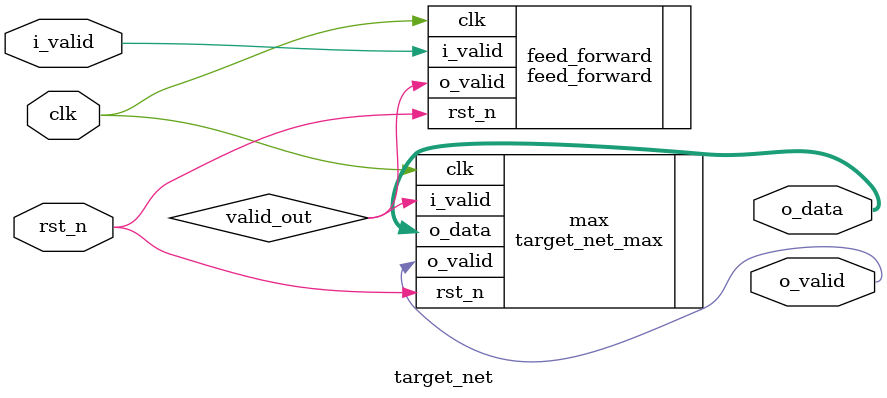
<source format=v>
`timescale 1ns/1ps
module target_net
#(	parameter DATA_WIDTH = 32,
	parameter ADDRESS_WIDTH = 5,
	parameter NUMBER_OF_INPUT_NODE = 2,
	parameter NUMBER_OF_HIDDEN_NODE_LAYER_1 = 5,
	parameter NUMBER_OF_HIDDEN_NODE_LAYER_2 = 5,
	parameter NUMBER_OF_OUTPUT_NODE = 3,
	parameter DATA_INPUT_FILE = "target_ram_input_data.txt",
	parameter DATA_HIDDEN_1_FILE = "target_ram_hidden_1_data.txt",
	parameter DATA_HIDDEN_2_FILE = "target_ram_hidden_1_data.txt",
	parameter DATA_OUTPUT_FILE = "target_ram_output_data.txt",
	parameter WEIGHT_HIDDEN_1_FILE = "target_ram_hidden_1_weight.txt",
	parameter WEIGHT_HIDDEN_2_FILE = "target_ram_hidden_2_weight.txt",
	parameter WEIGHT_OUTPUT_FILE = "target_ram_output_weight.txt",
	parameter [DATA_WIDTH-1:0]  ALPHA = 32'h3DCCCCCD)
(	clk,
	rst_n,
	i_valid,
	o_data,
	o_valid
);
//-----------------input and output port-------------//
input 											clk;
input 											rst_n;
input 											i_valid;
output	[DATA_WIDTH-1:0]						o_data;
output	 										o_valid;
//----------------------------------------------------//

//---------------------------------------------------------//
wire valid_out;
//---------------------------------------------------------//

feed_forward
	#(	.DATA_WIDTH						(DATA_WIDTH),
		.ADDRESS_WIDTH					(ADDRESS_WIDTH),
		.NUMBER_OF_INPUT_NODE			(NUMBER_OF_INPUT_NODE),
		.NUMBER_OF_HIDDEN_NODE_LAYER_1	(NUMBER_OF_HIDDEN_NODE_LAYER_1),
		.NUMBER_OF_HIDDEN_NODE_LAYER_2 	(NUMBER_OF_HIDDEN_NODE_LAYER_2),
		.NUMBER_OF_OUTPUT_NODE 			(NUMBER_OF_OUTPUT_NODE),
		.DATA_INPUT_FILE 				(DATA_INPUT_FILE),
		.DATA_HIDDEN_1_FILE 			(DATA_HIDDEN_1_FILE),
		.DATA_HIDDEN_2_FILE				(DATA_HIDDEN_2_FILE),
		.DATA_OUTPUT_FILE 				(DATA_OUTPUT_FILE),
		.WEIGHT_HIDDEN_1_FILE 			(WEIGHT_HIDDEN_1_FILE),
		.WEIGHT_HIDDEN_2_FILE 			(WEIGHT_HIDDEN_2_FILE),
		.WEIGHT_OUTPUT_FILE 			(WEIGHT_OUTPUT_FILE),
		.ALPHA							(ALPHA)
		)
	feed_forward
	(	.clk		(clk),
		.rst_n		(rst_n),
		.i_valid	(i_valid),
		.o_valid	(valid_out)
	);
	
target_net_max 
	#(	.DATA_WIDTH				(DATA_WIDTH),
		.DATA_OUTPUT_FILE		(DATA_OUTPUT_FILE),
		.NUMBER_OF_OUTPUT_NODE	(NUMBER_OF_OUTPUT_NODE)
	)
	max
	(	.clk		(clk),
		.rst_n		(rst_n),
		.i_valid	(valid_out),
		.o_data		(o_data),
		.o_valid	(o_valid)
	);

endmodule

</source>
